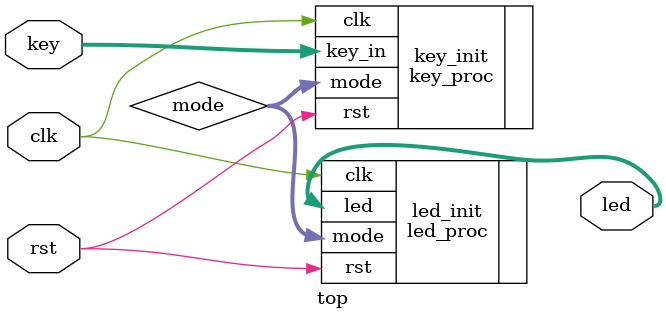
<source format=v>
module top
(
    input   clk,
    input   rst,
    input   [3:0]key,
    output  [7:0]led
);

    wire [3:0]mode;

    key_proc key_init
    (
        .clk(clk),
        .rst(rst),
        .key_in(key),
        .mode(mode)
    );
    
    led_proc led_init
    (
        .clk(clk),
        .rst(rst),
        .led(led),
        .mode(mode)
     );

endmodule
</source>
